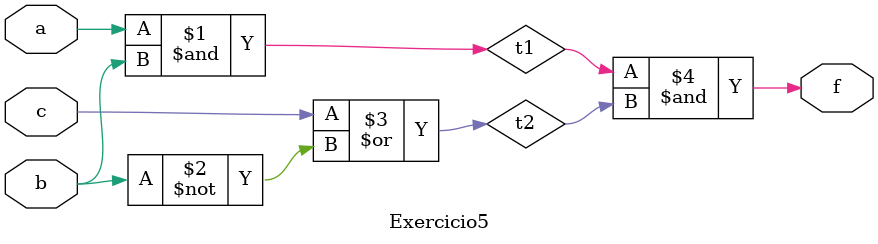
<source format=v>
module Exercicio5 ( a, b, c, f); // declaração do nome do módulo AND
input a, b, c; // entrada de dados - um bit
output f; // saída de dados - um bit
wire t1; //declarando a conexão como f
 
assign t1 =  a & b;
assign t2 =  c | ~b;
assign f =   t1 & t2;
 
endmodule // final do módulo AND
</source>
